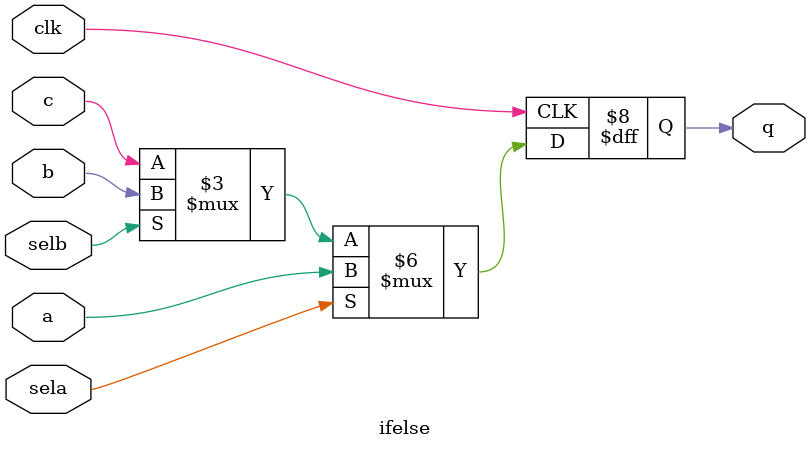
<source format=v>
`timescale 1ns / 1ns

module ifelse(

input a,b,c,sela,selb,clk,
output reg q
);

always @(posedge clk)
	begin
	 if(sela)
	  q<=a;
	 else
	  if(selb)
	   q<=b;
	  else
	   q<=c;
	end

endmodule


</source>
